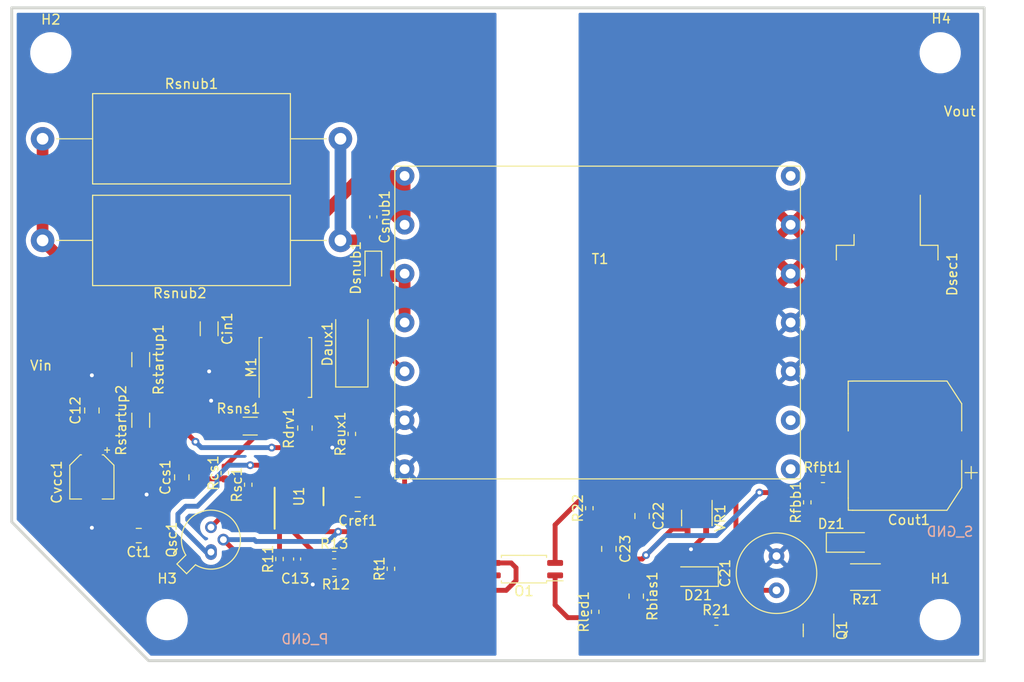
<source format=kicad_pcb>
(kicad_pcb (version 20211014) (generator pcbnew)
  (layers (0 "F.Cu" signal) (31 "B.Cu" signal) (34 "B.Paste" user) (35 "F.Paste" user) (36 "B.SilkS" user "B.Silkscreen") (37 "F.SilkS" user "F.Silkscreen") (38 "B.Mask" user) (39 "F.Mask" user) (44 "Edge.Cuts" user))
  (net 0 "")
  (net 1 "Net-(C12-Pad1)")
  (net 2 "GNDREF")
  (net 3 "Net-(C13-Pad1)")
  (net 4 "Net-(C13-Pad2)")
  (net 5 "Net-(C21-Pad1)")
  (net 6 "GND")
  (net 7 "Net-(C22-Pad1)")
  (net 8 "Net-(C22-Pad2)")
  (net 9 "Net-(C23-Pad2)")
  (net 10 "Net-(Ccs1-Pad2)")
  (net 11 "VDC")
  (net 12 "Vout")
  (net 13 "Net-(Cref1-Pad2)")
  (net 14 "Net-(Csnub1-Pad2)")
  (net 15 "Net-(Ct1-Pad1)")
  (net 16 "Net-(Dsec1-Pad2)")
  (net 17 "Net-(M1-Pad1)")
  (net 18 "Net-(M1-Pad4)")
  (net 19 "Net-(Daux1-Pad1)")
  (net 20 "Net-(Dz1-Pad1)")
  (net 21 "Net-(O1-Pad1)")
  (net 22 "Net-(Rdrv1-Pad1)")
  (net 23 "Net-(O1-Pad3)")
  (net 24 "Net-(Q1-Pad2)")
  (net 25 "Net-(Daux1-Pad2)")
  (net 26 "Net-(Dsnub1-Pad2)")
  (net 27 "Net-(Rstartup1-Pad2)")
  (net 28 "Net-(Qsc1-Pad3)")
  (footprint "Resistor_SMD:R_0402_1005Metric_Pad0.72x0.64mm_HandSolder" (layer "F.Cu") (at 99.995 103.4)
    (fp_text reference "R13" (at 0 -1.17) (layer "F.SilkS"))
    (fp_text value "4.99 kR")
    (pad "1" smd roundrect (at -0.5975 0) (size 0.715 0.64) (layers "F.Cu" "F.Paste" "F.Mask") (net 3 "Net-(C13-Pad1)"))
    (pad "2" smd roundrect (at 0.5975 0) (size 0.715 0.64) (layers "F.Cu" "F.Paste" "F.Mask") (net 23 "Net-(O1-Pad3)"))
  )
  (footprint "Diode_SMD:D_SMA_Handsoldering" (layer "F.Cu") (at 101.8 81.8 90)
    (fp_text reference "Daux1" (at 0 -2.5 90) (layer "F.SilkS"))
    (fp_text value "D_Schottky")
    (pad "1" smd rect (at -2.5 0 90) (size 3.5 1.8) (layers "F.Cu" "F.Paste" "F.Mask") (net 19 "Net-(Daux1-Pad1)"))
    (pad "2" smd rect (at 2.5 0 90) (size 3.5 1.8) (layers "F.Cu" "F.Paste" "F.Mask") (net 25 "Net-(Daux1-Pad2)"))
  )
  (footprint "Resistor_SMD:R_0402_1005Metric_Pad0.72x0.64mm_HandSolder" (layer "F.Cu") (at 88.8 95 90)
    (fp_text reference "Rcs1" (at 0 -1.17 90) (layer "F.SilkS"))
    (fp_text value "1 kR")
    (pad "1" smd roundrect (at -0.5975 0 90) (size 0.715 0.64) (layers "F.Cu" "F.Paste" "F.Mask") (net 10 "Net-(Ccs1-Pad2)"))
    (pad "2" smd roundrect (at 0.5975 0 90) (size 0.715 0.64) (layers "F.Cu" "F.Paste" "F.Mask") (net 17 "Net-(M1-Pad1)"))
  )
  (footprint "Resistor_SMD:R_0402_1005Metric_Pad0.72x0.64mm_HandSolder" (layer "F.Cu") (at 105.8 104.8 90)
    (fp_text reference "Rt1" (at 0 -1.17 90) (layer "F.SilkS"))
    (fp_text value "7.5 kR")
    (pad "1" smd roundrect (at -0.5975 0 90) (size 0.715 0.64) (layers "F.Cu" "F.Paste" "F.Mask") (net 15 "Net-(Ct1-Pad1)"))
    (pad "2" smd roundrect (at 0.5975 0 90) (size 0.715 0.64) (layers "F.Cu" "F.Paste" "F.Mask") (net 13 "Net-(Cref1-Pad2)"))
  )
  (footprint "Diode_SMD:D_SOD-323" (layer "F.Cu") (at 104 73.8 -90)
    (fp_text reference "Dsnub1" (at 0.2 1.8 90) (layer "F.SilkS"))
    (fp_text value "D_Schottky")
    (pad "1" smd rect (at -1.05 0 270) (size 0.6 0.45) (layers "F.Cu" "F.Paste" "F.Mask") (net 14 "Net-(Csnub1-Pad2)"))
    (pad "2" smd rect (at 1.05 0 270) (size 0.6 0.45) (layers "F.Cu" "F.Paste" "F.Mask") (net 26 "Net-(Dsnub1-Pad2)"))
  )
  (footprint "Resistor_SMD:R_0402_1005Metric_Pad0.72x0.64mm_HandSolder" (layer "F.Cu") (at 139.1 110.2)
    (fp_text reference "R21" (at 0 -1.17) (layer "F.SilkS"))
    (fp_text value "10 kR")
    (pad "1" smd roundrect (at -0.5975 0) (size 0.715 0.64) (layers "F.Cu" "F.Paste" "F.Mask") (net 5 "Net-(C21-Pad1)"))
    (pad "2" smd roundrect (at 0.5975 0) (size 0.715 0.64) (layers "F.Cu" "F.Paste" "F.Mask") (net 24 "Net-(Q1-Pad2)"))
  )
  (footprint "Capacitor_SMD:C_0805_2012Metric_Pad1.18x1.45mm_HandSolder" (layer "F.Cu") (at 102.4 98.2 180)
    (fp_text reference "Cref1" (at 0 -1.68) (layer "F.SilkS"))
    (fp_text value "100 nF")
    (pad "1" smd roundrect (at -1.0375 0 180) (size 1.175 1.45) (layers "F.Cu" "F.Paste" "F.Mask") (roundrect_rratio 0.212766) (net 2 "GNDREF"))
    (pad "2" smd roundrect (at 1.0375 0 180) (size 1.175 1.45) (layers "F.Cu" "F.Paste" "F.Mask") (roundrect_rratio 0.212766) (net 13 "Net-(Cref1-Pad2)"))
  )
  (footprint "Capacitor_SMD:CP_Elec_4x5.3" (layer "F.Cu") (at 75.2 95.4 -90)
    (fp_text reference "Cvcc1" (at 0.532218 3.6 90) (layer "F.SilkS"))
    (fp_text value "4.7 uF")
    (pad "1" smd roundrect (at -1.8 0 270) (size 2.6 1.6) (layers "F.Cu" "F.Paste" "F.Mask") (roundrect_rratio 0.15625) (net 1 "Net-(C12-Pad1)"))
    (pad "2" smd roundrect (at 1.8 0 270) (size 2.6 1.6) (layers "F.Cu" "F.Paste" "F.Mask") (roundrect_rratio 0.15625) (net 2 "GNDREF"))
  )
  (footprint "Resistor_SMD:R_0402_1005Metric_Pad0.72x0.64mm_HandSolder" (layer "F.Cu") (at 126.7 109.2 90)
    (fp_text reference "Rled1" (at 0 -1.17 90) (layer "F.SilkS"))
    (fp_text value "16.2 kR")
    (pad "1" smd roundrect (at -0.5975 0 90) (size 0.715 0.64) (layers "F.Cu" "F.Paste" "F.Mask") (net 21 "Net-(O1-Pad1)"))
    (pad "2" smd roundrect (at 0.5975 0 90) (size 0.715 0.64) (layers "F.Cu" "F.Paste" "F.Mask") (net 24 "Net-(Q1-Pad2)"))
  )
  (footprint "Resistor_THT:R_Axial_DIN0922_L20.0mm_D9.0mm_P30.48mm_Horizontal" (layer "F.Cu") (at 70.155 60.8)
    (fp_text reference "Rsnub1" (at 15.24 -5.62) (layer "F.SilkS"))
    (fp_text value "118.452 R")
    (pad "1" thru_hole circle (at 0 0) (size 2.4 2.4) (drill 1.2) (layers *.Cu *.Mask) (net 11 "VDC"))
    (pad "2" thru_hole oval (at 30.48 0) (size 2.4 2.4) (drill 1.2) (layers *.Cu *.Mask) (net 14 "Net-(Csnub1-Pad2)"))
  )
  (footprint "Resistor_SMD:R_1206_3216Metric_Pad1.30x1.75mm_HandSolder" (layer "F.Cu") (at 80.2 83.4 -90)
    (fp_text reference "Rstartup1" (at 0 -1.82 90) (layer "F.SilkS"))
    (fp_text value "3.83 kR")
    (pad "1" smd roundrect (at -1.55 0 270) (size 1.3 1.75) (layers "F.Cu" "F.Paste" "F.Mask") (roundrect_rratio 0.192308) (net 11 "VDC"))
    (pad "2" smd roundrect (at 1.55 0 270) (size 1.3 1.75) (layers "F.Cu" "F.Paste" "F.Mask") (roundrect_rratio 0.192308) (net 27 "Net-(Rstartup1-Pad2)"))
  )
  (footprint "Capacitor_SMD:C_0805_2012Metric_Pad1.18x1.45mm_HandSolder" (layer "F.Cu") (at 128.1 102.7625 -90)
    (fp_text reference "C23" (at 0 -1.68 90) (layer "F.SilkS"))
    (fp_text value "56 pF")
    (pad "1" smd roundrect (at -1.0375 0 270) (size 1.175 1.45) (layers "F.Cu" "F.Paste" "F.Mask") (roundrect_rratio 0.212766) (net 8 "Net-(C22-Pad2)"))
    (pad "2" smd roundrect (at 1.0375 0 270) (size 1.175 1.45) (layers "F.Cu" "F.Paste" "F.Mask") (roundrect_rratio 0.212766) (net 9 "Net-(C23-Pad2)"))
  )
  (footprint "Resistor_SMD:R_1206_3216Metric_Pad1.30x1.75mm_HandSolder" (layer "F.Cu") (at 91.4 90.2)
    (fp_text reference "Rsns1" (at -1.2 -1.8) (layer "F.SilkS"))
    (fp_text value "33.9637 mR")
    (pad "1" smd roundrect (at -1.55 0) (size 1.3 1.75) (layers "F.Cu" "F.Paste" "F.Mask") (roundrect_rratio 0.192308) (net 2 "GNDREF"))
    (pad "2" smd roundrect (at 1.55 0) (size 1.3 1.75) (layers "F.Cu" "F.Paste" "F.Mask") (roundrect_rratio 0.192308) (net 17 "Net-(M1-Pad1)"))
  )
  (footprint "Capacitor_THT:C_Radial_D8.0mm_H11.5mm_P3.50mm" (layer "F.Cu") (at 145.25 107 90)
    (fp_text reference "C21" (at 1.75 -5.25 90) (layer "F.SilkS"))
    (fp_text value "68 uF")
    (pad "1" thru_hole circle (at 0 0 90) (size 1.6 1.6) (drill 0.8) (layers *.Cu *.Mask) (net 5 "Net-(C21-Pad1)"))
    (pad "2" thru_hole circle (at 3.5 0 90) (size 1.6 1.6) (drill 0.8) (layers *.Cu *.Mask) (net 6 "GND"))
  )
  (footprint "Resistor_SMD:R_0805_2012Metric_Pad1.20x1.40mm_HandSolder" (layer "F.Cu") (at 130.9 107.6 -90)
    (fp_text reference "Rbias1" (at 0 -1.65 90) (layer "F.SilkS"))
    (fp_text value "13.7 kR")
    (pad "1" smd roundrect (at -1 0 270) (size 1.2 1.4) (layers "F.Cu" "F.Paste" "F.Mask") (roundrect_rratio 0.208333) (net 7 "Net-(C22-Pad1)"))
    (pad "2" smd roundrect (at 1 0 270) (size 1.2 1.4) (layers "F.Cu" "F.Paste" "F.Mask") (roundrect_rratio 0.208333) (net 24 "Net-(Q1-Pad2)"))
  )
  (footprint "CUSTOM_FOOTPRINTS:UCC2813-1D" (layer "F.Cu") (at 96.4 97.4 90)
    (fp_text reference "U1" (at 0 0 90 unlocked) (layer "F.SilkS"))
    (fp_text value "UCC2813D-1")
    (pad "1" smd oval (at -2.825001 -1.905 180) (size 0.650001 1.649999) (layers "F.Cu" "F.Paste" "F.Mask") (net 4 "Net-(C13-Pad2)"))
    (pad "2" smd oval (at -2.825001 -0.635 180) (size 0.650001 1.649999) (layers "F.Cu" "F.Paste" "F.Mask") (net 3 "Net-(C13-Pad1)"))
    (pad "3" smd oval (at -2.825001 0.635 180) (size 0.650001 1.649999) (layers "F.Cu" "F.Paste" "F.Mask") (net 10 "Net-(Ccs1-Pad2)"))
    (pad "4" smd oval (at -2.825001 1.905 180) (size 0.650001 1.649999) (layers "F.Cu" "F.Paste" "F.Mask") (net 15 "Net-(Ct1-Pad1)"))
    (pad "5" smd oval (at 2.824998 1.905 180) (size 0.650001 1.649999) (layers "F.Cu" "F.Paste" "F.Mask") (net 2 "GNDREF"))
    (pad "6" smd oval (at 2.824998 0.635 180) (size 0.650001 1.649999) (layers "F.Cu" "F.Paste" "F.Mask") (net 22 "Net-(Rdrv1-Pad1)"))
    (pad "7" smd oval (at 2.824998 -0.635 180) (size 0.650001 1.649999) (layers "F.Cu" "F.Paste" "F.Mask") (net 1 "Net-(C12-Pad1)"))
    (pad "8" smd oval (at 2.824998 -1.905 180) (size 0.650001 1.649999) (layers "F.Cu" "F.Paste" "F.Mask") (net 13 "Net-(Cref1-Pad2)"))
  )
  (footprint "Diode_SMD:D_SOD-123F" (layer "F.Cu") (at 137.1 105.6 180)
    (fp_text reference "D21" (at -0.127 -1.905) (layer "F.SilkS"))
    (fp_text value "PMEG6010CEH")
    (pad "1" smd rect (at -1.4 0 180) (size 1.1 1.1) (layers "F.Cu" "F.Paste" "F.Mask") (net 5 "Net-(C21-Pad1)"))
    (pad "2" smd rect (at 1.4 0 180) (size 1.1 1.1) (layers "F.Cu" "F.Paste" "F.Mask") (net 7 "Net-(C22-Pad1)"))
  )
  (footprint "Package_TO_SOT_SMD:SOT-23" (layer "F.Cu") (at 149.55 111.1 -90)
    (fp_text reference "Q1" (at 0 -2.4 90) (layer "F.SilkS"))
    (fp_text value "BC846")
    (pad "1" smd roundrect (at -0.9375 -0.95 270) (size 1.475 0.6) (layers "F.Cu" "F.Paste" "F.Mask") (net 20 "Net-(Dz1-Pad1)"))
    (pad "2" smd roundrect (at -0.9375 0.95 270) (size 1.475 0.6) (layers "F.Cu" "F.Paste" "F.Mask") (net 24 "Net-(Q1-Pad2)"))
    (pad "3" smd roundrect (at 0.9375 0 270) (size 1.475 0.6) (layers "F.Cu" "F.Paste" "F.Mask") (net 12 "Vout"))
  )
  (footprint "Resistor_SMD:R_0402_1005Metric_Pad0.72x0.64mm_HandSolder" (layer "F.Cu") (at 94.4 103.8 90)
    (fp_text reference "R11" (at 0 -1.17 90) (layer "F.SilkS"))
    (fp_text value "10 kR")
    (pad "1" smd roundrect (at -0.5975 0 90) (size 0.715 0.64) (layers "F.Cu" "F.Paste" "F.Mask") (net 3 "Net-(C13-Pad1)"))
    (pad "2" smd roundrect (at 0.5975 0 90) (size 0.715 0.64) (layers "F.Cu" "F.Paste" "F.Mask") (net 4 "Net-(C13-Pad2)"))
  )
  (footprint "MountingHole:MountingHole_3.2mm_M3" (layer "F.Cu") (at 71 52)
    (fp_text reference "H2" (at 0 -3.4) (layer "F.SilkS"))
    (fp_text value "MountingHole")
    (pad "" np_thru_hole circle (at 0 0) (size 3.2 3.2) (drill 3.2) (layers *.Cu *.Mask))
  )
  (footprint "CUSTOM_FOOTPRINTS:Custom_Transformer-P0.5-7" (layer "F.Cu") (at 127.2 79.6)
    (fp_text reference "T1" (at 0 -6.5 unlocked) (layer "F.SilkS"))
    (fp_text value "Transformer_1P_2S")
    (pad "1" thru_hole circle (at -20 -15) (size 2 2) (drill 1) (layers *.Cu *.Mask) (net 11 "VDC"))
    (pad "2" thru_hole circle (at -20 -10) (size 2 2) (drill 1) (layers *.Cu *.Mask) (net 11 "VDC"))
    (pad "3" thru_hole circle (at -20 -5) (size 2 2) (drill 1) (layers *.Cu *.Mask) (net 26 "Net-(Dsnub1-Pad2)"))
    (pad "4" thru_hole circle (at -20 0) (size 2 2) (drill 1) (layers *.Cu *.Mask) (net 26 "Net-(Dsnub1-Pad2)"))
    (pad "5" thru_hole circle (at -20 5) (size 2 2) (drill 1) (layers *.Cu *.Mask) (net 25 "Net-(Daux1-Pad2)"))
    (pad "6" thru_hole circle (at -20 10) (size 2 2) (drill 1) (layers *.Cu *.Mask) (net 2 "GNDREF"))
    (pad "7" thru_hole circle (at -20 15) (size 2 2) (drill 1) (layers *.Cu *.Mask) (net 2 "GNDREF"))
    (pad "8" thru_hole circle (at 19.5 -15) (size 2 2) (drill 1) (layers *.Cu *.Mask))
    (pad "9" thru_hole circle (at 19.5 -10) (size 2 2) (drill 1) (layers *.Cu *.Mask) (net 16 "Net-(Dsec1-Pad2)"))
    (pad "10" thru_hole circle (at 19.5 -5) (size 2 2) (drill 1) (layers *.Cu *.Mask) (net 16 "Net-(Dsec1-Pad2)"))
    (pad "11" thru_hole circle (at 19.5 0) (size 2 2) (drill 1) (layers *.Cu *.Mask) (net 6 "GND"))
    (pad "12" thru_hole circle (at 19.5 5) (size 2 2) (drill 1) (layers *.Cu *.Mask) (net 6 "GND"))
    (pad "13" thru_hole circle (at 19.5 10) (size 2 2) (drill 1) (layers *.Cu *.Mask))
    (pad "14" thru_hole circle (at 19.5 15) (size 2 2) (drill 1) (layers *.Cu *.Mask))
  )
  (footprint "Package_TO_SOT_SMD:SOT-23-5" (layer "F.Cu") (at 137.1 99.6 -90)
    (fp_text reference "VR1" (at 0 -2.4 90) (layer "F.SilkS"))
    (fp_text value "TL431DBV")
    (pad "1" smd roundrect (at -1.1375 -0.95 270) (size 1.325 0.6) (layers "F.Cu" "F.Paste" "F.Mask"))
    (pad "2" smd roundrect (at -1.1375 0 270) (size 1.325 0.6) (layers "F.Cu" "F.Paste" "F.Mask"))
    (pad "3" smd roundrect (at -1.1375 0.95 270) (size 1.325 0.6) (layers "F.Cu" "F.Paste" "F.Mask") (net 7 "Net-(C22-Pad1)"))
    (pad "4" smd roundrect (at 1.1375 0.95 270) (size 1.325 0.6) (layers "F.Cu" "F.Paste" "F.Mask") (net 9 "Net-(C23-Pad2)"))
    (pad "5" smd roundrect (at 1.1375 -0.95 270) (size 1.325 0.6) (layers "F.Cu" "F.Paste" "F.Mask") (net 6 "GND"))
  )
  (footprint "Resistor_THT:R_Axial_DIN0922_L20.0mm_D9.0mm_P30.48mm_Horizontal" (layer "F.Cu") (at 70.155 71.2)
    (fp_text reference "Rsnub2" (at 14.045 5.4) (layer "F.SilkS"))
    (fp_text value "118.452 R")
    (pad "1" thru_hole circle (at 0 0) (size 2.4 2.4) (drill 1.2) (layers *.Cu *.Mask) (net 11 "VDC"))
    (pad "2" thru_hole oval (at 30.48 0) (size 2.4 2.4) (drill 1.2) (layers *.Cu *.Mask) (net 14 "Net-(Csnub1-Pad2)"))
  )
  (footprint "MountingHole:MountingHole_3.2mm_M3" (layer "F.Cu") (at 162 52)
    (fp_text reference "H4" (at 0.1 -3.5) (layer "F.SilkS"))
    (fp_text value "MountingHole")
    (pad "" np_thru_hole circle (at 0 0) (size 3.2 3.2) (drill 3.2) (layers *.Cu *.Mask))
  )
  (footprint "Capacitor_SMD:C_0805_2012Metric_Pad1.18x1.45mm_HandSolder" (layer "F.Cu") (at 75.2 88.6 90)
    (fp_text reference "C12" (at 0 -1.68 90) (layer "F.SilkS"))
    (fp_text value "100 nF")
    (pad "1" smd roundrect (at -1.0375 0 90) (size 1.175 1.45) (layers "F.Cu" "F.Paste" "F.Mask") (roundrect_rratio 0.212766) (net 1 "Net-(C12-Pad1)"))
    (pad "2" smd roundrect (at 1.0375 0 90) (size 1.175 1.45) (layers "F.Cu" "F.Paste" "F.Mask") (roundrect_rratio 0.212766) (net 2 "GNDREF"))
  )
  (footprint "Capacitor_SMD:C_0805_2012Metric_Pad1.18x1.45mm_HandSolder" (layer "F.Cu") (at 131.5 99.4 -90)
    (fp_text reference "C22" (at 0 -1.68 90) (layer "F.SilkS"))
    (fp_text value "22 pF")
    (pad "1" smd roundrect (at -1.0375 0 270) (size 1.175 1.45) (layers "F.Cu" "F.Paste" "F.Mask") (roundrect_rratio 0.212766) (net 7 "Net-(C22-Pad1)"))
    (pad "2" smd roundrect (at 1.0375 0 270) (size 1.175 1.45) (layers "F.Cu" "F.Paste" "F.Mask") (roundrect_rratio 0.212766) (net 8 "Net-(C22-Pad2)"))
  )
  (footprint "CUSTOM_FOOTPRINTS:CP_Elec_12.5x13" (layer "F.Cu") (at 158.4 92.2 180)
    (fp_text reference "Cout1" (at -0.4 -7.6) (layer "F.SilkS"))
    (fp_text value "47 uF")
    (pad "1" smd roundrect (at -4.475 0 180) (size 4.75 2.5) (layers "F.Cu" "F.Paste" "F.Mask") (roundrect_rratio 0.1) (net 12 "Vout"))
    (pad "2" smd roundrect (at 4.65 0 180) (size 4.4 2.5) (layers "F.Cu" "F.Paste" "F.Mask") (roundrect_rratio 0.1) (net 6 "GND"))
  )
  (footprint "MountingHole:MountingHole_3.2mm_M3" (layer "F.Cu") (at 82.9 110)
    (fp_text reference "H3" (at 0 -4.2) (layer "F.SilkS"))
    (fp_text value "MountingHole")
    (pad "" np_thru_hole circle (at 0 0) (size 3.2 3.2) (drill 3.2) (layers *.Cu *.Mask))
  )
  (footprint "Resistor_SMD:R_0402_1005Metric_Pad0.72x0.64mm_HandSolder" (layer "F.Cu") (at 126.1 98.6 90)
    (fp_text reference "R22" (at 0 -1.17 90) (layer "F.SilkS"))
    (fp_text value "1.15 MR")
    (pad "1" smd roundrect (at -0.5975 0 90) (size 0.715 0.64) (layers "F.Cu" "F.Paste" "F.Mask") (net 8 "Net-(C22-Pad2)"))
    (pad "2" smd roundrect (at 0.5975 0 90) (size 0.715 0.64) (layers "F.Cu" "F.Paste" "F.Mask") (net 7 "Net-(C22-Pad1)"))
  )
  (footprint "Resistor_SMD:R_0402_1005Metric_Pad0.72x0.64mm_HandSolder" (layer "F.Cu") (at 101.8 91 90)
    (fp_text reference "Raux1" (at 0 -1.17 90) (layer "F.SilkS"))
    (fp_text value "10 R")
    (pad "1" smd roundrect (at -0.5975 0 90) (size 0.715 0.64) (layers "F.Cu" "F.Paste" "F.Mask") (net 1 "Net-(C12-Pad1)"))
    (pad "2" smd roundrect (at 0.5975 0 90) (size 0.715 0.64) (layers "F.Cu" "F.Paste" "F.Mask") (net 19 "Net-(Daux1-Pad1)"))
  )
  (footprint "Package_TO_SOT_THT:TO-18-3" (layer "F.Cu") (at 87.384725 103.085276 90)
    (fp_text reference "Qsc1" (at 1.27 -4.02 90) (layer "F.SilkS"))
    (fp_text value "2N2646")
    (pad "1" thru_hole oval (at 0 0 90) (size 1.6 1.2) (drill 0.7) (layers *.Cu *.Mask) (net 13 "Net-(Cref1-Pad2)"))
    (pad "2" thru_hole oval (at 1.27 1.27 90) (size 1.2 1.2) (drill 0.7) (layers *.Cu *.Mask) (net 15 "Net-(Ct1-Pad1)"))
    (pad "3" thru_hole oval (at 2.54 0 90) (size 1.2 1.2) (drill 0.7) (layers *.Cu *.Mask) (net 28 "Net-(Qsc1-Pad3)"))
  )
  (footprint "Package_TO_SOT_SMD:TO-263-2_TabPin1" (layer "F.Cu") (at 156.575 74.65 -90)
    (fp_text reference "Dsec1" (at 0 -6.65 90) (layer "F.SilkS"))
    (fp_text value "D")
    (pad "1" smd rect (at 3.375 0 270) (size 9.4 10.8) (layers "F.Cu" "F.Mask") (net 12 "Vout"))
    (pad "1" smd rect (at -5.775 -2.54 270) (size 4.6 1.1) (layers "F.Cu" "F.Paste" "F.Mask") (net 12 "Vout"))
    (pad "2" smd rect (at -5.775 2.54 270) (size 4.6 1.1) (layers "F.Cu" "F.Paste" "F.Mask") (net 16 "Net-(Dsec1-Pad2)"))
  )
  (footprint "Capacitor_SMD:C_0805_2012Metric_Pad1.18x1.45mm_HandSolder" (layer "F.Cu") (at 80 101.4 180)
    (fp_text reference "Ct1" (at 0 -1.68) (layer "F.SilkS"))
    (fp_text value "1 nF")
    (pad "1" smd roundrect (at -1.0375 0 180) (size 1.175 1.45) (layers "F.Cu" "F.Paste" "F.Mask") (roundrect_rratio 0.212766) (net 15 "Net-(Ct1-Pad1)"))
    (pad "2" smd roundrect (at 1.0375 0 180) (size 1.175 1.45) (layers "F.Cu" "F.Paste" "F.Mask") (roundrect_rratio 0.212766) (net 2 "GNDREF"))
  )
  (footprint "Resistor_SMD:R_0402_1005Metric_Pad0.72x0.64mm_HandSolder" (layer "F.Cu") (at 150.0025 95.6)
    (fp_text reference "Rfbt1" (at 0 -1.17) (layer "F.SilkS"))
    (fp_text value "54.9 kR")
    (pad "1" smd roundrect (at -0.5975 0) (size 0.715 0.64) (layers "F.Cu" "F.Paste" "F.Mask") (net 9 "Net-(C23-Pad2)"))
    (pad "2" smd roundrect (at 0.5975 0) (size 0.715 0.64) (layers "F.Cu" "F.Paste" "F.Mask") (net 12 "Vout"))
  )
  (footprint "Diode_SMD:D_SOD-123" (layer "F.Cu") (at 152.6 102.1)
    (fp_text reference "Dz1" (at -1.75 -1.9) (layer "F.SilkS"))
    (fp_text value "D_Zener")
    (pad "1" smd rect (at -1.65 0) (size 0.9 1.2) (layers "F.Cu" "F.Paste" "F.Mask") (net 20 "Net-(Dz1-Pad1)"))
    (pad "2" smd rect (at 1.65 0) (size 0.9 1.2) (layers "F.Cu" "F.Paste" "F.Mask") (net 6 "GND"))
  )
  (footprint "Resistor_SMD:R_0402_1005Metric_Pad0.72x0.64mm_HandSolder" (layer "F.Cu") (at 100.0025 105.2)
    (fp_text reference "R12" (at 0.167621 1.2) (layer "F.SilkS"))
    (fp_text value "7.68 kR")
    (pad "1" smd roundrect (at -0.5975 0) (size 0.715 0.64) (layers "F.Cu" "F.Paste" "F.Mask") (net 2 "GNDREF"))
    (pad "2" smd roundrect (at 0.5975 0) (size 0.715 0.64) (layers "F.Cu" "F.Paste" "F.Mask") (net 23 "Net-(O1-Pad3)"))
  )
  (footprint "Capacitor_SMD:C_0402_1005Metric_Pad0.74x0.62mm_HandSolder" (layer "F.Cu") (at 96.2 103.8 90)
    (fp_text reference "C13" (at -2 -0.2 180) (layer "F.SilkS"))
    (fp_text value "1 nF")
    (pad "1" smd roundrect (at -0.5675 0 90) (size 0.735 0.62) (layers "F.Cu" "F.Paste" "F.Mask") (net 3 "Net-(C13-Pad1)"))
    (pad "2" smd roundrect (at 0.5675 0 90) (size 0.735 0.62) (layers "F.Cu" "F.Paste" "F.Mask") (net 4 "Net-(C13-Pad2)"))
  )
  (footprint "Resistor_SMD:R_0805_2012Metric_Pad1.20x1.40mm_HandSolder" (layer "F.Cu") (at 97 90.4 90)
    (fp_text reference "Rdrv1" (at 0 -1.65 90) (layer "F.SilkS"))
    (fp_text value "12.1 R")
    (pad "1" smd roundrect (at -1 0 90) (size 1.2 1.4) (layers "F.Cu" "F.Paste" "F.Mask") (roundrect_rratio 0.208333) (net 22 "Net-(Rdrv1-Pad1)"))
    (pad "2" smd roundrect (at 1 0 90) (size 1.2 1.4) (layers "F.Cu" "F.Paste" "F.Mask") (roundrect_rratio 0.208333) (net 18 "Net-(M1-Pad4)"))
  )
  (footprint "Package_SO:SOP-4_4.4x2.6mm_P1.27mm" (layer "F.Cu") (at 119.4125 104.835 180)
    (fp_text reference "O1" (at 0 -2.25) (layer "F.SilkS"))
    (fp_text value "TCMT1107")
    (pad "1" smd roundrect (at -3.1875 -0.635 180) (size 1.625 0.6) (layers "F.Cu" "F.Paste" "F.Mask") (net 21 "Net-(O1-Pad1)"))
    (pad "2" smd roundrect (at -3.1875 0.635 180) (size 1.625 0.6) (layers "F.Cu" "F.Paste" "F.Mask") (net 7 "Net-(C22-Pad1)"))
    (pad "3" smd roundrect (at 3.1875 0.635 180) (size 1.625 0.6) (layers "F.Cu" "F.Paste" "F.Mask") (net 23 "Net-(O1-Pad3)"))
    (pad "4" smd roundrect (at 3.1875 -0.635 180) (size 1.625 0.6) (layers "F.Cu" "F.Paste" "F.Mask") (net 13 "Net-(Cref1-Pad2)"))
  )
  (footprint "MountingHole:MountingHole_3.2mm_M3" (layer "F.Cu") (at 162 110)
    (fp_text reference "H1" (at 0 -4.2) (layer "F.SilkS"))
    (fp_text value "MountingHole")
    (pad "" np_thru_hole circle (at 0 0) (size 3.2 3.2) (drill 3.2) (layers *.Cu *.Mask))
  )
  (footprint "Capacitor_SMD:C_0402_1005Metric_Pad0.74x0.62mm_HandSolder" (layer "F.Cu") (at 104 68.8 -90)
    (fp_text reference "Csnub1" (at 0 -1.16 90) (layer "F.SilkS"))
    (fp_text value "2.2 uF")
    (pad "1" smd roundrect (at -0.5675 0 270) (size 0.735 0.62) (layers "F.Cu" "F.Paste" "F.Mask") (net 11 "VDC"))
    (pad "2" smd roundrect (at 0.5675 0 270) (size 0.735 0.62) (layers "F.Cu" "F.Paste" "F.Mask") (net 14 "Net-(Csnub1-Pad2)"))
  )
  (footprint "Resistor_SMD:R_0402_1005Metric_Pad0.72x0.64mm_HandSolder" (layer "F.Cu") (at 148.4 98.0025 90)
    (fp_text reference "Rfbb1" (at 0 -1.17 90) (layer "F.SilkS"))
    (fp_text value "3.01 kR")
    (pad "1" smd roundrect (at -0.5975 0 90) (size 0.715 0.64) (layers "F.Cu" "F.Paste" "F.Mask") (net 6 "GND"))
    (pad "2" smd roundrect (at 0.5975 0 90) (size 0.715 0.64) (layers "F.Cu" "F.Paste" "F.Mask") (net 9 "Net-(C23-Pad2)"))
  )
  (footprint "Resistor_SMD:R_1206_3216Metric_Pad1.30x1.75mm_HandSolder" (layer "F.Cu") (at 80.2 89.6 -90)
    (fp_text reference "Rstartup2" (at 0 2 90) (layer "F.SilkS"))
    (fp_text value "3.83 kR")
    (pad "1" smd roundrect (at -1.55 0 270) (size 1.3 1.75) (layers "F.Cu" "F.Paste" "F.Mask") (roundrect_rratio 0.192308) (net 27 "Net-(Rstartup1-Pad2)"))
    (pad "2" smd roundrect (at 1.55 0 270) (size 1.3 1.75) (layers "F.Cu" "F.Paste" "F.Mask") (roundrect_rratio 0.192308) (net 1 "Net-(C12-Pad1)"))
  )
  (footprint "Capacitor_SMD:C_1206_3216Metric_Pad1.33x1.80mm_HandSolder" (layer "F.Cu") (at 87.2 80.2375 -90)
    (fp_text reference "Cin1" (at 0 -1.85 90) (layer "F.SilkS"))
    (fp_text value "4.7 uF")
    (pad "1" smd roundrect (at -1.5625 0 270) (size 1.325 1.8) (layers "F.Cu" "F.Paste" "F.Mask") (roundrect_rratio 0.188679) (net 11 "VDC"))
    (pad "2" smd roundrect (at 1.5625 0 270) (size 1.325 1.8) (layers "F.Cu" "F.Paste" "F.Mask") (roundrect_rratio 0.188679) (net 2 "GNDREF"))
  )
  (footprint "Capacitor_SMD:C_0805_2012Metric_Pad1.18x1.45mm_HandSolder" (layer "F.Cu") (at 84.4 95.4375 90)
    (fp_text reference "Ccs1" (at 0 -1.68 90) (layer "F.SilkS"))
    (fp_text value "470 pF")
    (pad "1" smd roundrect (at -1.0375 0 90) (size 1.175 1.45) (layers "F.Cu" "F.Paste" "F.Mask") (roundrect_rratio 0.212766) (net 2 "GNDREF"))
    (pad "2" smd roundrect (at 1.0375 0 90) (size 1.175 1.45) (layers "F.Cu" "F.Paste" "F.Mask") (roundrect_rratio 0.212766) (net 10 "Net-(Ccs1-Pad2)"))
  )
  (footprint "Package_TO_SOT_SMD:TDSON-8-1" (layer "F.Cu") (at 95 84.2 90)
    (fp_text reference "M1" (at 0 -3.5 90) (layer "F.SilkS"))
    (fp_text value "CSD19502Q5B")
    (pad "1" smd rect (at -2.9 -1.905 90) (size 0.85 0.5) (layers "F.Cu" "F.Paste" "F.Mask") (net 17 "Net-(M1-Pad1)"))
    (pad "2" smd rect (at -2.9 -0.635 90) (size 0.85 0.5) (layers "F.Cu" "F.Paste" "F.Mask") (net 17 "Net-(M1-Pad1)"))
    (pad "3" smd rect (at -2.9 0.635 90) (size 0.85 0.5) (layers "F.Cu" "F.Paste" "F.Mask") (net 17 "Net-(M1-Pad1)"))
    (pad "4" smd rect (at -2.9 1.905 90) (size 0.85 0.5) (layers "F.Cu" "F.Paste" "F.Mask") (net 18 "Net-(M1-Pad4)"))
    (pad "5" smd rect (at 1.05 0 90) (size 4.55 4.41) (layers "F.Cu") (net 26 "Net-(Dsnub1-Pad2)"))
  )
  (footprint "Resistor_SMD:R_2010_5025Metric_Pad1.40x2.65mm_HandSolder" (layer "F.Cu") (at 154.35 105.65 180)
    (fp_text reference "Rz1" (at 0 -2.28) (layer "F.SilkS"))
    (fp_text value "20 kR")
    (pad "1" smd roundrect (at -2.4 0 180) (size 1.4 2.65) (layers "F.Cu" "F.Paste" "F.Mask") (roundrect_rratio 0.178571) (net 12 "Vout"))
    (pad "2" smd roundrect (at 2.4 0 180) (size 1.4 2.65) (layers "F.Cu" "F.Paste" "F.Mask") (roundrect_rratio 0.178571) (net 20 "Net-(Dz1-Pad1)"))
  )
  (footprint "Resistor_SMD:R_0402_1005Metric_Pad0.72x0.64mm_HandSolder" (layer "F.Cu") (at 91.2 96.2 90)
    (fp_text reference "Rsc1" (at 0 -1.17 90) (layer "F.SilkS"))
    (fp_text value "4.32 kR")
    (pad "1" smd roundrect (at -0.5975 0 90) (size 0.715 0.64) (layers "F.Cu" "F.Paste" "F.Mask") (net 28 "Net-(Qsc1-Pad3)"))
    (pad "2" smd roundrect (at 0.5975 0 90) (size 0.715 0.64) (layers "F.Cu" "F.Paste" "F.Mask") (net 10 "Net-(Ccs1-Pad2)"))
  )
  (gr_poly (pts (xy 166.5 114.2) (xy 81 114.2) (xy 67 100) (xy 67 47.4) (xy 166.5 47.4)) (layer "Edge.Cuts") (width 0.3) (fill none))
  (gr_text "S_GND" (at 163 101) (layer "B.SilkS") (effects (font (size 1 1)) (justify mirror)))
  (gr_text "P_GND\n" (at 97 112) (layer "B.SilkS") (effects (font (size 1 1)) (justify mirror)))
  (gr_text "Vin" (at 70 84) (layer "F.SilkS") (effects (font (size 1 1))))
  (gr_text "Vout" (at 164 58) (layer "F.SilkS") (effects (font (size 1 1))))
  (segment (start 93.6 92.4) (end 95 92.4) (width 0.5) (layer "F.Cu") (net 1))
  (segment (start 76.7125 91.15) (end 80.2 91.15) (width 0.5) (layer "F.Cu") (net 1))
  (segment (start 95 92.4) (end 95.765 93.165) (width 0.5) (layer "F.Cu") (net 1))
  (segment (start 96.4 96) (end 100.2 96) (width 0.5) (layer "F.Cu") (net 1))
  (segment (start 101.8 94.4) (end 101.8 91.5975) (width 0.5) (layer "F.Cu") (net 1))
  (segment (start 95.765 94.575002) (end 95.765 95.365) (width 0.5) (layer "F.Cu") (net 1))
  (segment (start 95.765 93.165) (end 95.765 94.575002) (width 0.5) (layer "F.Cu") (net 1))
  (segment (start 100.2 96) (end 101.8 94.4) (width 0.5) (layer "F.Cu") (net 1))
  (segment (start 75.2 89.6375) (end 76.7125 91.15) (width 0.5) (layer "F.Cu") (net 1))
  (segment (start 85.15 91.15) (end 85.8 91.8) (width 0.5) (layer "F.Cu") (net 1))
  (segment (start 80.2 91.15) (end 85.15 91.15) (width 0.5) (layer "F.Cu") (net 1))
  (segment (start 95.765 95.365) (end 96.4 96) (width 0.5) (layer "F.Cu") (net 1))
  (segment (start 75.2 93.6) (end 75.2 89.6375) (width 0.5) (layer "F.Cu") (net 1))
  (via (at 93.6 92.4) (size 0.8) (drill 0.4) (layers "F.Cu" "B.Cu") (net 1))
  (via (at 85.8 91.8) (size 0.8) (drill 0.4) (layers "F.Cu" "B.Cu") (net 1))
  (segment (start 86.4 92.4) (end 93.6 92.4) (width 0.5) (layer "B.Cu") (net 1))
  (segment (start 85.8 91.8) (end 86.4 92.4) (width 0.5) (layer "B.Cu") (net 1))
  (segment (start 99.405 105.2) (end 99 105.2) (width 0.5) (layer "F.Cu") (net 2))
  (segment (start 89.85 90.05) (end 87.4 87.6) (width 0.5) (layer "F.Cu") (net 2))
  (segment (start 103.4375 98.2) (end 106 98.2) (width 0.5) (layer "F.Cu") (net 2))
  (segment (start 98.305 93.895) (end 99.8 92.4) (width 0.5) (layer "F.Cu") (net 2))
  (segment (start 76.2 101.6) (end 78.7625 101.6) (width 0.5) (layer "F.Cu") (net 2))
  (segment (start 99 105.2) (end 97.8 106.4) (width 0.5) (layer "F.Cu") (net 2))
  (segment (start 75.2 100.6) (end 76.2 101.6) (width 0.5) (layer "F.Cu") (net 2))
  (segment (start 81.325 96.475) (end 81.2 96.6) (width 0.5) (layer "F.Cu") (net 2))
  (segment (start 75.2 97.2) (end 75.2 100.6) (width 0.5) (layer "F.Cu") (net 2))
  (segment (start 87.2 81.8) (end 87.2 84.6) (width 0.5) (layer "F.Cu") (net 2))
  (segment (start 106 98.2) (end 107.2 97) (width 0.5) (layer "F.Cu") (net 2))
  (segment (start 84.4 96.475) (end 81.325 96.475) (width 0.5) (layer "F.Cu") (net 2))
  (segment (start 98.305 94.575002) (end 98.305 93.895) (width 0.5) (layer "F.Cu") (net 2))
  (segment (start 75.2 87.5625) (end 75.2 85) (width 0.5) (layer "F.Cu") (net 2))
  (segment (start 89.85 90.2) (end 89.85 90.05) (width 0.5) (layer "F.Cu") (net 2))
  (segment (start 78.7625 101.6) (end 78.9625 101.4) (width 0.5) (layer "F.Cu") (net 2))
  (segment (start 107.2 97) (end 107.2 94.6) (width 0.5) (layer "F.Cu") (net 2))
  (segment (start 81.2 96.6) (end 80.8 97.2) (width 0.5) (layer "F.Cu") (net 2))
  (via (at 87.4 87.6) (size 0.8) (drill 0.4) (layers "F.Cu" "B.Cu") (net 2))
  (via (at 75.2 85) (size 0.8) (drill 0.4) (layers "F.Cu" "B.Cu") (net 2))
  (via (at 80.8 97.2) (size 0.8) (drill 0.4) (layers "F.Cu" "B.Cu") (net 2))
  (via (at 97.8 106.4) (size 0.8) (drill 0.4) (layers "F.Cu" "B.Cu") (net 2))
  (via (at 99.8 92.4) (size 0.8) (drill 0.4) (layers "F.Cu" "B.Cu") (net 2))
  (via (at 87.2 84.6) (size 0.8) (drill 0.4) (layers "F.Cu" "B.Cu") (net 2))
  (via (at 75.2 100.6) (size 0.8) (drill 0.4) (layers "F.Cu" "B.Cu") (net 2))
  (segment (start 95.765 100.225001) (end 95.765 100.965) (width 0.5) (layer "F.Cu") (net 3))
  (segment (start 96.2 104.3675) (end 97.6325 104.3675) (width 0.5) (layer "F.Cu") (net 3))
  (segment (start 97.6325 102.8325) (end 97.6325 104.3675) (width 0.5) (layer "F.Cu") (net 3))
  (segment (start 98.43 104.3675) (end 99.3975 103.4) (width 0.5) (layer "F.Cu") (net 3))
  (segment (start 97.6325 104.3675) (end 98.43 104.3675) (width 0.5) (layer "F.Cu") (net 3))
  (segment (start 94.4 104.3975) (end 96.17 104.3975) (width 0.5) (layer "F.Cu") (net 3))
  (segment (start 96.17 104.3975) (end 96.2 104.3675) (width 0.5) (layer "F.Cu") (net 3))
  (segment (start 95.765 100.965) (end 97.6325 102.8325) (width 0.5) (layer "F.Cu") (net 3))
  (segment (start 94.4 103.2025) (end 94.4 100.320001) (width 0.5) (layer "F.Cu") (net 4))
  (segment (start 94.4 100.320001) (end 94.495 100.225001) (width 0.5) (layer "F.Cu") (net 4))
  (segment (start 94.4 103.2025) (end 96.17 103.2025) (width 0.5) (layer "F.Cu") (net 4))
  (segment (start 96.17 103.2025) (end 96.2 103.2325) (width 0.5) (layer "F.Cu") (net 4))
  (segment (start 138.5025 105.6025) (end 138.5 105.6) (width 0.5) (layer "F.Cu") (net 5))
  (segment (start 145.25 107) (end 139.9 107) (width 0.5) (layer "F.Cu") (net 5))
  (segment (start 139.9 107) (end 138.5 105.6) (width 0.5) (layer "F.Cu") (net 5))
  (segment (start 138.5025 110.2) (end 138.5025 105.6025) (width 0.5) (layer "F.Cu") (net 5))
  (segment (start 154.25 100.95) (end 154.25 102.1) (width 0.5) (layer "F.Cu") (net 6))
  (segment (start 153.75 98.25) (end 152.1 99.9) (width 0.5) (layer "F.Cu") (net 6))
  (segment (start 148.4 100.35) (end 147.85 100.9) (width 0.5) (layer "F.Cu") (net 6))
  (segment (start 153.2 99.9) (end 154.25 100.95) (width 0.5) (layer "F.Cu") (net 6))
  (segment (start 148.4 98.6) (end 148.4 100.35) (width 0.5) (layer "F.Cu") (net 6))
  (segment (start 138.05 100.7375) (end 138.05 101.25) (width 0.5) (layer "F.Cu") (net 6))
  (segment (start 153.75 92.2) (end 153.75 98.25) (width 0.5) (layer "F.Cu") (net 6))
  (segment (start 149.7 100.9) (end 150.7 99.9) (width 0.5) (layer "F.Cu") (net 6))
  (segment (start 150.7 99.9) (end 152.1 99.9) (width 0.5) (layer "F.Cu") (net 6))
  (segment (start 147.85 100.9) (end 149.7 100.9) (width 0.5) (layer "F.Cu") (net 6))
  (segment (start 152.1 99.9) (end 153.2 99.9) (width 0.5) (layer "F.Cu") (net 6))
  (segment (start 138.05 101.25) (end 136.5 102.8) (width 0.5) (layer "F.Cu") (net 6))
  (segment (start 145.25 103.5) (end 147.85 100.9) (width 0.5) (layer "F.Cu") (net 6))
  (via (at 136.5 102.8) (size 0.8) (drill 0.4) (layers "F.Cu" "B.Cu") (net 6))
  (segment (start 131.9 105.6) (end 135.7 105.6) (width 0.5) (layer "F.Cu") (net 7))
  (segment (start 131.14 98.0025) (end 131.5 98.3625) (width 0.5) (layer "F.Cu") (net 7))
  (segment (start 130.9 106.6) (end 131.9 105.6) (width 0.5) (layer "F.Cu") (net 7))
  (segment (start 135.7 105.6) (end 137.9 103.4) (width 0.5) (layer "F.Cu") (net 7))
  (segment (start 136.15 97.35) (end 136.15 98.4625) (width 0.5) (layer "F.Cu") (net 7))
  (segment (start 125 97.9) (end 125.9975 97.9) (width 0.5) (layer "F.Cu") (net 7))
  (segment (start 126.1 98.0025) (end 131.14 98.0025) (width 0.5) (layer "F.Cu") (net 7))
  (segment (start 131.5 98.3625) (end 136.05 98.3625) (width 0.5) (layer "F.Cu") (net 7))
  (segment (start 141.1 96.8) (end 140.7 96.4) (width 0.5) (layer "F.Cu") (net 7))
  (segment (start 137.1 96.4) (end 136.15 97.35) (width 0.5) (layer "F.Cu") (net 7))
  (segment (start 141.1 101.8) (end 141.1 96.8) (width 0.5) (layer "F.Cu") (net 7))
  (segment (start 125.9975 97.9) (end 126.1 98.0025) (width 0.5) (layer "F.Cu") (net 7))
  (segment (start 139.5 103.4) (end 141.1 101.8) (width 0.5) (layer "F.Cu") (net 7))
  (segment (start 140.7 96.4) (end 137.1 96.4) (width 0.5) (layer "F.Cu") (net 7))
  (segment (start 122.6 100.3) (end 125 97.9) (width 0.5) (layer "F.Cu") (net 7))
  (segment (start 122.6 104.2) (end 122.6 100.3) (width 0.5) (layer "F.Cu") (net 7))
  (segment (start 136.05 98.3625) (end 136.15 98.4625) (width 0.5) (layer "F.Cu") (net 7))
  (segment (start 137.9 103.4) (end 139.5 103.4) (width 0.5) (layer "F.Cu") (net 7))
  (segment (start 128.1 101.725) (end 130.2125 101.725) (width 0.5) (layer "F.Cu") (net 8))
  (segment (start 126.1 99.1975) (end 126.1 99.725) (width 0.5) (layer "F.Cu") (net 8))
  (segment (start 130.2125 101.725) (end 131.5 100.4375) (width 0.5) (layer "F.Cu") (net 8))
  (segment (start 126.1 99.725) (end 128.1 101.725) (width 0.5) (layer "F.Cu") (net 8))
  (segment (start 148.4 97.405) (end 148.4 96.605) (width 0.5) (layer "F.Cu") (net 9))
  (segment (start 128.1 103.8) (end 131.5 103.8) (width 0.5) (layer "F.Cu") (net 9))
  (segment (start 131.9 103.4) (end 134.5625 100.7375) (width 0.5) (layer "F.Cu") (net 9))
  (segment (start 143.5 97) (end 147.995 97) (width 0.5) (layer "F.Cu") (net 9))
  (segment (start 131.5 103.8) (end 131.9 103.4) (width 0.5) (layer "F.Cu") (net 9))
  (segment (start 148.4 96.605) (end 149.405 95.6) (width 0.5) (layer "F.Cu") (net 9))
  (segment (start 147.995 97) (end 148.4 97.405) (width 0.5) (layer "F.Cu") (net 9))
  (segment (start 134.5625 100.7375) (end 136.15 100.7375) (width 0.5) (layer "F.Cu") (net 9))
  (via (at 131.9 103.4) (size 0.8) (drill 0.4) (layers "F.Cu" "B.Cu") (net 9))
  (via (at 143.5 97) (size 0.8) (drill 0.4) (layers "F.Cu" "B.Cu") (net 9))
  (segment (start 131.9 103.4) (end 133.9 101.4) (width 0.5) (layer "B.Cu") (net 9))
  (segment (start 139.1 101.4) (end 143.5 97) (width 0.5) (layer "B.Cu") (net 9))
  (segment (start 133.9 101.4) (end 139.1 101.4) (width 0.5) (layer "B.Cu") (net 9))
  (segment (start 91.2 95.6025) (end 92.6025 95.6025) (width 0.5) (layer "F.Cu") (net 10))
  (segment (start 88.8 95.5975) (end 85.5975 95.5975) (width 0.5) (layer "F.Cu") (net 10))
  (segment (start 85.5975 95.5975) (end 84.4 94.4) (width 0.5) (layer "F.Cu") (net 10))
  (segment (start 92.6025 95.6025) (end 93.8 96.8) (width 0.5) (layer "F.Cu") (net 10))
  (segment (start 93.8 96.8) (end 93.8 98.8) (width 0.5) (layer "F.Cu") (net 10))
  (segment (start 97.035 99.822619) (end 97.035 100.225001) (width 0.5) (layer "F.Cu") (net 10))
  (segment (start 88.8 95.5975) (end 91.195 95.5975) (width 0.5) (layer "F.Cu") (net 10))
  (segment (start 96.012381 98.8) (end 97.035 99.822619) (width 0.5) (layer "F.Cu") (net 10))
  (segment (start 91.195 95.5975) (end 91.2 95.6025) (width 0.5) (layer "F.Cu") (net 10))
  (segment (start 93.8 98.8) (end 96.012381 98.8) (width 0.5) (layer "F.Cu") (net 10))
  (segment (start 90.255205 78.675) (end 90.255205 77.144795) (width 1.2) (layer "F.Cu") (net 11))
  (segment (start 104 68.2325) (end 104 67.8) (width 0.5) (layer "F.Cu") (net 11))
  (segment (start 70.155 60.8) (end 70.155 71.2) (width 1.2) (layer "F.Cu") (net 11))
  (segment (start 105.4 67.8) (end 104 67.8) (width 1.2) (layer "F.Cu") (net 11))
  (segment (start 102.8 64.6) (end 107.2 64.6) (width 1.2) (layer "F.Cu") (net 11))
  (segment (start 107.2 64.6) (end 104 67.8) (width 1.2) (layer "F.Cu") (net 11))
  (segment (start 107.2 69.6) (end 105.4 67.8) (width 1.2) (layer "F.Cu") (net 11))
  (segment (start 90.255205 77.144795) (end 102.8 64.6) (width 1.2) (layer "F.Cu") (net 11))
  (segment (start 87.2 78.675) (end 90.255205 78.675) (width 1.2) (layer "F.Cu") (net 11))
  (segment (start 70.155 71.2) (end 80.2 81.245) (width 1.2) (layer "F.Cu") (net 11))
  (segment (start 107.2 69.6) (end 107.2 64.6) (width 1.2) (layer "F.Cu") (net 11))
  (segment (start 80.2 81.245) (end 80.2 81.85) (width 1.2) (layer "F.Cu") (net 11))
  (segment (start 150.6 94.3) (end 150.1 93.8) (width 0.5) (layer "F.Cu") (net 12))
  (segment (start 156.75 108.15) (end 156.75 105.65) (width 0.5) (layer "F.Cu") (net 12))
  (segment (start 156.575 85.9) (end 162.875 92.2) (width 0.5) (layer "F.Cu") (net 12))
  (segment (start 152.8625 112.0375) (end 156.75 108.15) (width 0.5) (layer "F.Cu") (net 12))
  (segment (start 156.575 78.025) (end 156.575 85.9) (width 0.5) (layer "F.Cu") (net 12))
  (segment (start 153.8 89.3) (end 156.575 86.525) (width 0.5) (layer "F.Cu") (net 12))
  (segment (start 150.6 95.6) (end 150.6 94.3) (width 0.5) (layer "F.Cu") (net 12))
  (segment (start 149.55 112.0375) (end 152.8625 112.0375) (width 0.5) (layer "F.Cu") (net 12))
  (segment (start 159.2 103.2) (end 159.2 95.875) (width 0.5) (layer "F.Cu") (net 12))
  (segment (start 156.75 105.65) (end 159.2 103.2) (width 0.5) (layer "F.Cu") (net 12))
  (segment (start 150.1 93.8) (end 150.1 90) (width 0.5) (layer "F.Cu") (net 12))
  (segment (start 156.575 86.525) (end 156.575 85.9) (width 0.5) (layer "F.Cu") (net 12))
  (segment (start 159.2 95.875) (end 162.875 92.2) (width 0.5) (layer "F.Cu") (net 12))
  (segment (start 150.1 90) (end 150.8 89.3) (width 0.5) (layer "F.Cu") (net 12))
  (segment (start 150.8 89.3) (end 153.8 89.3) (width 0.5) (layer "F.Cu") (net 12))
  (segment (start 91.4 94.2) (end 94.119998 94.2) (width 0.5) (layer "F.Cu") (net 13))
  (segment (start 105.8 104.2025) (end 110.2025 104.2025) (width 0.5) (layer "F.Cu") (net 13))
  (segment (start 111.47 105.47) (end 116.225 105.47) (width 0.5) (layer "F.Cu") (net 13))
  (segment (start 94.495 95.495) (end 94.495 94.575002) (width 0.5) (layer "F.Cu") (net 13))
  (segment (start 110.2025 104.2025) (end 111.47 105.47) (width 0.5) (layer "F.Cu") (net 13))
  (segment (start 105.8 104.2025) (end 105.8 102.6375) (width 0.5) (layer "F.Cu") (net 13))
  (segment (start 100 98.2) (end 98.554 96.754) (width 0.5) (layer "F.Cu") (net 13))
  (segment (start 95.754 96.754) (end 94.495 95.495) (width 0.5) (layer "F.Cu") (net 13))
  (segment (start 105.8 102.6375) (end 101.3625 98.2) (width 0.5) (layer "F.Cu") (net 13))
  (segment (start 98.554 96.754) (end 95.754 96.754) (width 0.5) (layer "F.Cu") (net 13))
  (segment (start 101.3625 98.2) (end 100 98.2) (width 0.5) (layer "F.Cu") (net 13))
  (segment (start 94.119998 94.2) (end 94.495 94.575002) (width 0.5) (layer "F.Cu") (net 13))
  (via (at 91.4 94.2) (size 0.8) (drill 0.4) (layers "F.Cu" "B.Cu") (net 13))
  (segment (start 86.885276 103.085276) (end 87.384725 103.085276) (width 0.5) (layer "B.Cu") (net 13))
  (segment (start 86 98.4) (end 84.8 98.4) (width 0.5) (layer "B.Cu") (net 13))
  (segment (start 89.2 94.2) (end 91.4 94.2) (width 0.5) (layer "B.Cu") (net 13))
  (segment (start 84 100.2) (end 86.885276 103.085276) (width 0.5) (layer "B.Cu") (net 13))
  (segment (start 89.2 94.2) (end 88 95.4) (width 0.5) (layer "B.Cu") (net 13))
  (segment (start 84.8 98.4) (end 84 99.2) (width 0.5) (layer "B.Cu") (net 13))
  (segment (start 88 96.4) (end 86 98.4) (width 0.5) (layer "B.Cu") (net 13))
  (segment (start 88 95.4) (end 88 96.4) (width 0.5) (layer "B.Cu") (net 13))
  (segment (start 84 99.2) (end 84 100.2) (width 0.5) (layer "B.Cu") (net 13))
  (segment (start 100.635 71.2) (end 102.45 71.2) (width 1.2) (layer "F.Cu") (net 14))
  (segment (start 104 72.75) (end 104 69.454) (width 1.2) (layer "F.Cu") (net 14))
  (segment (start 102.45 71.2) (end 104 72.75) (width 1.2) (layer "F.Cu") (net 14))
  (segment (start 100.635 60.8) (end 100.635 71.2) (width 1.2) (layer "B.Cu") (net 14))
  (segment (start 99.079999 101) (end 98.305 100.225001) (width 0.5) (layer "F.Cu") (net 15))
  (segment (start 104 104.2) (end 104 103.2) (width 0.5) (layer "F.Cu") (net 15))
  (segment (start 104 103.2) (end 101.8 101) (width 0.5) (layer "F.Cu") (net 15))
  (segment (start 101.8 101) (end 100.4 101) (width 0.5) (layer "F.Cu") (net 15))
  (segment (start 85.2375 105.6) (end 88.2 105.6) (width 0.5) (layer "F.Cu") (net 15))
  (segment (start 81.0375 101.4) (end 85.2375 105.6) (width 0.5) (layer "F.Cu") (net 15))
  (segment (start 88.2 105.6) (end 89.6 104.2) (width 0.5) (layer "F.Cu") (net 15))
  (segment (start 89.6 102.760551) (end 88.654725 101.815276) (width 0.5) (layer "F.Cu") (net 15))
  (segment (start 105.8 105.3975) (end 105.1975 105.3975) (width 0.5) (layer "F.Cu") (net 15))
  (segment (start 105.1975 105.3975) (end 104 104.2) (width 0.5) (layer "F.Cu") (net 15))
  (segment (start 100.4 101) (end 99.079999 101) (width 0.5) (layer "F.Cu") (net 15))
  (segment (start 89.6 104.2) (end 89.6 102.760551) (width 0.5) (layer "F.Cu") (net 15))
  (via (at 100.4 101) (size 0.8) (drill 0.4) (layers "F.Cu" "B.Cu") (net 15))
  (segment (start 99.4 102) (end 100.4 101) (width 0.5) (layer "B.Cu") (net 15))
  (segment (start 91.815276 101.815276) (end 88.654725 101.815276) (width 0.5) (layer "B.Cu") (net 15))
  (segment (start 92 102) (end 99.4 102) (width 0.5) (layer "B.Cu") (net 15))
  (segment (start 92 102) (end 91.815276 101.815276) (width 0.5) (layer "B.Cu") (net 15))
  (segment (start 154.035 69.565) (end 154.035 68.875) (width 0.5) (layer "F.Cu") (net 16))
  (segment (start 88.8 94.4025) (end 88.8 94.35) (width 0.5) (layer "F.Cu") (net 17))
  (segment (start 88.8 94.35) (end 92.95 90.2) (width 0.5) (layer "F.Cu") (net 17))
  (segment (start 97 89.4) (end 97 87.195) (width 0.5) (layer "F.Cu") (net 18))
  (segment (start 97 87.195) (end 96.905 87.1) (width 0.5) (layer "F.Cu") (net 18))
  (segment (start 101.8 90.4025) (end 101.8 84.3) (width 0.5) (layer "F.Cu") (net 19))
  (segment (start 151.95 105.65) (end 151.95 108.7125) (width 0.5) (layer "F.Cu") (net 20))
  (segment (start 150.95 102.1) (end 150.95 104.65) (width 0.5) (layer "F.Cu") (net 20))
  (segment (start 151.95 108.7125) (end 150.5 110.1625) (width 0.5) (layer "F.Cu") (net 20))
  (segment (start 150.95 104.65) (end 151.95 105.65) (width 0.5) (layer "F.Cu") (net 20))
  (segment (start 122.6 105.47) (end 122.6 108.5) (width 0.5) (layer "F.Cu") (net 21))
  (segment (start 122.6 108.5) (end 123.8975 109.7975) (width 0.5) (layer "F.Cu") (net 21))
  (segment (start 123.8975 109.7975) (end 126.7 109.7975) (width 0.5) (layer "F.Cu") (net 21))
  (segment (start 97 91.4) (end 97 94.540002) (width 0.5) (layer "F.Cu") (net 22))
  (segment (start 97 94.540002) (end 97.035 94.575002) (width 0.5) (layer "F.Cu") (net 22))
  (segment (start 100.6 103.4075) (end 100.5925 103.4) (width 0.5) (layer "F.Cu") (net 23))
  (segment (start 103 104) (end 103 106.2) (width 0.5) (layer "F.Cu") (net 23))
  (segment (start 103.8 107) (end 117.6 107) (width 0.5) (layer "F.Cu") (net 23))
  (segment (start 118.1 104.2) (end 118.6 104.7) (width 0.5) (layer "F.Cu") (net 23))
  (segment (start 103 106.2) (end 103.8 107) (width 0.5) (layer "F.Cu") (net 23))
  (segment (start 102.4 103.4) (end 103 104) (width 0.5) (layer "F.Cu") (net 23))
  (segment (start 118.6 104.7) (end 118.6 106) (width 0.5) (layer "F.Cu") (net 23))
  (segment (start 117.6 107) (end 118.6 106) (width 0.5) (layer "F.Cu") (net 23))
  (segment (start 100.5925 103.4) (end 102.4 103.4) (width 0.5) (layer "F.Cu") (net 23))
  (segment (start 116.225 104.2) (end 118.1 104.2) (width 0.5) (layer "F.Cu") (net 23))
  (segment (start 100.6 105.2) (end 100.6 103.4075) (width 0.5) (layer "F.Cu") (net 23))
  (segment (start 139.7 111.6) (end 139.7 110.2025) (width 0.5) (layer "F.Cu") (net 24))
  (segment (start 130.8975 108.6025) (end 130.9 108.6) (width 0.5) (layer "F.Cu") (net 24))
  (segment (start 147.95 110.2) (end 139.6975 110.2) (width 0.5) (layer "F.Cu") (net 24))
  (segment (start 147.9875 110.1625) (end 147.95 110.2) (width 0.5) (layer "F.Cu") (net 24))
  (segment (start 139.5 111.8) (end 139.7 111.6) (width 0.5) (layer "F.Cu") (net 24))
  (segment (start 126.7 108.6025) (end 130.8975 108.6025) (width 0.5) (layer "F.Cu") (net 24))
  (segment (start 139.7 110.2025) (end 139.6975 110.2) (width 0.5) (layer "F.Cu") (net 24))
  (segment (start 134.1 111.8) (end 139.5 111.8) (width 0.5) (layer "F.Cu") (net 24))
  (segment (start 130.9 108.6) (end 134.1 111.8) (width 0.5) (layer "F.Cu") (net 24))
  (segment (start 148.6 110.1625) (end 147.9875 110.1625) (width 0.5) (layer "F.Cu") (net 24))
  (segment (start 101.9 79.3) (end 101.8 79.3) (width 0.5) (layer "F.Cu") (net 25))
  (segment (start 101.8 79.4) (end 101.8 79.3) (width 1.2) (layer "F.Cu") (net 25))
  (segment (start 107.2 84.6) (end 101.9 79.3) (width 0.5) (layer "F.Cu") (net 25))
  (segment (start 104 74.85) (end 106.95 74.85) (width 1.2) (layer "F.Cu") (net 26))
  (segment (start 95 83.15) (end 95 79.6) (width 1.2) (layer "F.Cu") (net 26))
  (segment (start 99.75 74.85) (end 104 74.85) (width 1.2) (layer "F.Cu") (net 26))
  (segment (start 95 79.6) (end 99.75 74.85) (width 1.2) (layer "F.Cu") (net 26))
  (segment (start 106.95 74.85) (end 107.2 74.6) (width 1.2) (layer "F.Cu") (net 26))
  (segment (start 107.2 79.6) (end 107.2 74.6) (width 1.2) (layer "F.Cu") (net 26))
  (segment (start 80.2 84.95) (end 80.2 88.05) (width 0.5) (layer "F.Cu") (net 27))
  (segment (start 87.384725 100.545276) (end 91.132501 96.7975) (width 0.5) (layer "F.Cu") (net 28))
  (segment (start 91.132501 96.7975) (end 91.2 96.7975) (width 0.5) (layer "F.Cu") (net 28))
  (zone (net 11) (net_name "VDC") (layer "F.Cu") (connect_pads (clearance 0)) (min_thickness 0.254) (fill yes (thermal_gap 0.5) (thermal_bridge_width 1))
    (polygon (pts (xy 88.6 79.5) (xy 83 79.5) (xy 81.9 80.6) (xy 81.9 83.6) (xy 78.8 83.6) (xy 78.8 82.8) (xy 68.7 82.8) (xy 68.7 77.4) (xy 88.6 77.4)))
  )
  (zone (net 16) (net_name "Net-(Dsec1-Pad2)") (layer "F.Cu") (connect_pads (clearance 0)) (min_thickness 0.254) (fill yes (thermal_gap 0.5) (thermal_bridge_width 1))
    (polygon (pts (xy 155.5 72) (xy 151.8 72) (xy 148 76.54) (xy 145.07 76.54) (xy 145.07 67.51) (xy 148 67.51) (xy 150.53 64.98) (xy 155.5 64.98)))
  )
  (zone (net 17) (net_name "Net-(M1-Pad1)") (layer "F.Cu") (connect_pads (clearance 0)) (min_thickness 0.254) (fill yes (thermal_gap 0.5) (thermal_bridge_width 0.8))
    (polygon (pts (xy 96.4 88.4) (xy 95.4 88.8) (xy 95 90) (xy 95 90) (xy 95 91) (xy 92 91) (xy 92 85.9) (xy 96.4 85.9)))
  )
  (zone (net 12) (net_name "Vout") (layer "F.Cu") (connect_pads (clearance 0)) (min_thickness 0.254) (fill yes (thermal_gap 0.5) (thermal_bridge_width 1))
    (polygon (pts (xy 165.1 86) (xy 152 86) (xy 152 72.5) (xy 156.7 72.5) (xy 156.7 67.1) (xy 160 64) (xy 160 59) (xy 165.1 59)))
  )
  (zone (net 6) (net_name "GND") (layer "B.Cu") (connect_pads (clearance 0.508)) (min_thickness 0.254) (fill yes (thermal_gap 0.508) (thermal_bridge_width 0.508))
    (polygon (pts (xy 170.6 116.4) (xy 125 116.4) (xy 125 49) (xy 125 46.6) (xy 170.6 46.6)))
  )
  (zone (net 2) (net_name "GNDREF") (layer "B.Cu") (connect_pads (clearance 0.508)) (min_thickness 0.254) (fill yes (thermal_gap 0.5) (thermal_bridge_width 0.5))
    (polygon (pts (xy 116.6 116.2) (xy 65.8 116.2) (xy 65.8 46.8) (xy 116.6 46.8)))
  )
)
</source>
